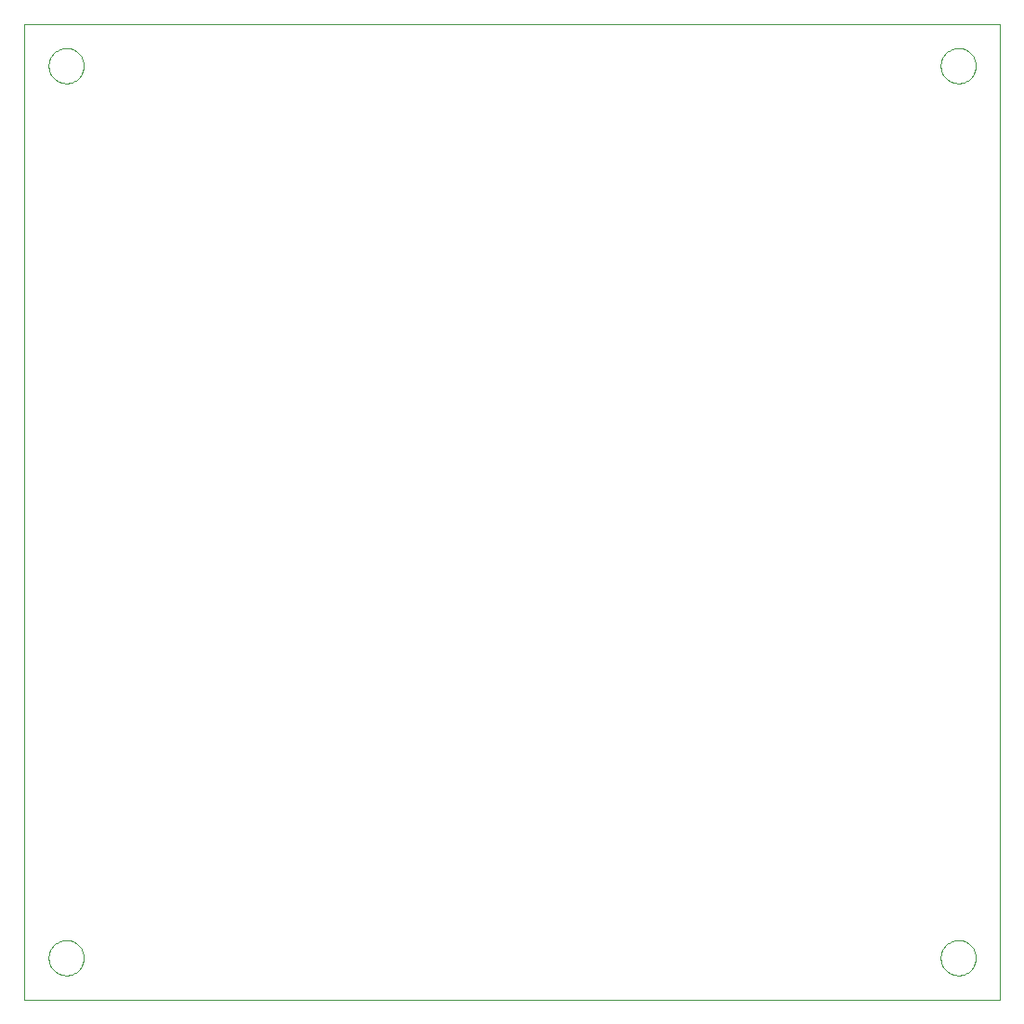
<source format=gbr>
G75*
G70*
%OFA0B0*%
%FSLAX24Y24*%
%IPPOS*%
%LPD*%
%AMOC8*
5,1,8,0,0,1.08239X$1,22.5*
%
%ADD10C,0.0000*%
D10*
X000101Y000101D02*
X035101Y000101D01*
X035101Y035101D01*
X000101Y035101D01*
X000101Y000101D01*
X000971Y001601D02*
X000973Y001651D01*
X000979Y001701D01*
X000989Y001750D01*
X001003Y001798D01*
X001020Y001845D01*
X001041Y001890D01*
X001066Y001934D01*
X001094Y001975D01*
X001126Y002014D01*
X001160Y002051D01*
X001197Y002085D01*
X001237Y002115D01*
X001279Y002142D01*
X001323Y002166D01*
X001369Y002187D01*
X001416Y002203D01*
X001464Y002216D01*
X001514Y002225D01*
X001563Y002230D01*
X001614Y002231D01*
X001664Y002228D01*
X001713Y002221D01*
X001762Y002210D01*
X001810Y002195D01*
X001856Y002177D01*
X001901Y002155D01*
X001944Y002129D01*
X001985Y002100D01*
X002024Y002068D01*
X002060Y002033D01*
X002092Y001995D01*
X002122Y001955D01*
X002149Y001912D01*
X002172Y001868D01*
X002191Y001822D01*
X002207Y001774D01*
X002219Y001725D01*
X002227Y001676D01*
X002231Y001626D01*
X002231Y001576D01*
X002227Y001526D01*
X002219Y001477D01*
X002207Y001428D01*
X002191Y001380D01*
X002172Y001334D01*
X002149Y001290D01*
X002122Y001247D01*
X002092Y001207D01*
X002060Y001169D01*
X002024Y001134D01*
X001985Y001102D01*
X001944Y001073D01*
X001901Y001047D01*
X001856Y001025D01*
X001810Y001007D01*
X001762Y000992D01*
X001713Y000981D01*
X001664Y000974D01*
X001614Y000971D01*
X001563Y000972D01*
X001514Y000977D01*
X001464Y000986D01*
X001416Y000999D01*
X001369Y001015D01*
X001323Y001036D01*
X001279Y001060D01*
X001237Y001087D01*
X001197Y001117D01*
X001160Y001151D01*
X001126Y001188D01*
X001094Y001227D01*
X001066Y001268D01*
X001041Y001312D01*
X001020Y001357D01*
X001003Y001404D01*
X000989Y001452D01*
X000979Y001501D01*
X000973Y001551D01*
X000971Y001601D01*
X032971Y001601D02*
X032973Y001651D01*
X032979Y001701D01*
X032989Y001750D01*
X033003Y001798D01*
X033020Y001845D01*
X033041Y001890D01*
X033066Y001934D01*
X033094Y001975D01*
X033126Y002014D01*
X033160Y002051D01*
X033197Y002085D01*
X033237Y002115D01*
X033279Y002142D01*
X033323Y002166D01*
X033369Y002187D01*
X033416Y002203D01*
X033464Y002216D01*
X033514Y002225D01*
X033563Y002230D01*
X033614Y002231D01*
X033664Y002228D01*
X033713Y002221D01*
X033762Y002210D01*
X033810Y002195D01*
X033856Y002177D01*
X033901Y002155D01*
X033944Y002129D01*
X033985Y002100D01*
X034024Y002068D01*
X034060Y002033D01*
X034092Y001995D01*
X034122Y001955D01*
X034149Y001912D01*
X034172Y001868D01*
X034191Y001822D01*
X034207Y001774D01*
X034219Y001725D01*
X034227Y001676D01*
X034231Y001626D01*
X034231Y001576D01*
X034227Y001526D01*
X034219Y001477D01*
X034207Y001428D01*
X034191Y001380D01*
X034172Y001334D01*
X034149Y001290D01*
X034122Y001247D01*
X034092Y001207D01*
X034060Y001169D01*
X034024Y001134D01*
X033985Y001102D01*
X033944Y001073D01*
X033901Y001047D01*
X033856Y001025D01*
X033810Y001007D01*
X033762Y000992D01*
X033713Y000981D01*
X033664Y000974D01*
X033614Y000971D01*
X033563Y000972D01*
X033514Y000977D01*
X033464Y000986D01*
X033416Y000999D01*
X033369Y001015D01*
X033323Y001036D01*
X033279Y001060D01*
X033237Y001087D01*
X033197Y001117D01*
X033160Y001151D01*
X033126Y001188D01*
X033094Y001227D01*
X033066Y001268D01*
X033041Y001312D01*
X033020Y001357D01*
X033003Y001404D01*
X032989Y001452D01*
X032979Y001501D01*
X032973Y001551D01*
X032971Y001601D01*
X032971Y033601D02*
X032973Y033651D01*
X032979Y033701D01*
X032989Y033750D01*
X033003Y033798D01*
X033020Y033845D01*
X033041Y033890D01*
X033066Y033934D01*
X033094Y033975D01*
X033126Y034014D01*
X033160Y034051D01*
X033197Y034085D01*
X033237Y034115D01*
X033279Y034142D01*
X033323Y034166D01*
X033369Y034187D01*
X033416Y034203D01*
X033464Y034216D01*
X033514Y034225D01*
X033563Y034230D01*
X033614Y034231D01*
X033664Y034228D01*
X033713Y034221D01*
X033762Y034210D01*
X033810Y034195D01*
X033856Y034177D01*
X033901Y034155D01*
X033944Y034129D01*
X033985Y034100D01*
X034024Y034068D01*
X034060Y034033D01*
X034092Y033995D01*
X034122Y033955D01*
X034149Y033912D01*
X034172Y033868D01*
X034191Y033822D01*
X034207Y033774D01*
X034219Y033725D01*
X034227Y033676D01*
X034231Y033626D01*
X034231Y033576D01*
X034227Y033526D01*
X034219Y033477D01*
X034207Y033428D01*
X034191Y033380D01*
X034172Y033334D01*
X034149Y033290D01*
X034122Y033247D01*
X034092Y033207D01*
X034060Y033169D01*
X034024Y033134D01*
X033985Y033102D01*
X033944Y033073D01*
X033901Y033047D01*
X033856Y033025D01*
X033810Y033007D01*
X033762Y032992D01*
X033713Y032981D01*
X033664Y032974D01*
X033614Y032971D01*
X033563Y032972D01*
X033514Y032977D01*
X033464Y032986D01*
X033416Y032999D01*
X033369Y033015D01*
X033323Y033036D01*
X033279Y033060D01*
X033237Y033087D01*
X033197Y033117D01*
X033160Y033151D01*
X033126Y033188D01*
X033094Y033227D01*
X033066Y033268D01*
X033041Y033312D01*
X033020Y033357D01*
X033003Y033404D01*
X032989Y033452D01*
X032979Y033501D01*
X032973Y033551D01*
X032971Y033601D01*
X000971Y033601D02*
X000973Y033651D01*
X000979Y033701D01*
X000989Y033750D01*
X001003Y033798D01*
X001020Y033845D01*
X001041Y033890D01*
X001066Y033934D01*
X001094Y033975D01*
X001126Y034014D01*
X001160Y034051D01*
X001197Y034085D01*
X001237Y034115D01*
X001279Y034142D01*
X001323Y034166D01*
X001369Y034187D01*
X001416Y034203D01*
X001464Y034216D01*
X001514Y034225D01*
X001563Y034230D01*
X001614Y034231D01*
X001664Y034228D01*
X001713Y034221D01*
X001762Y034210D01*
X001810Y034195D01*
X001856Y034177D01*
X001901Y034155D01*
X001944Y034129D01*
X001985Y034100D01*
X002024Y034068D01*
X002060Y034033D01*
X002092Y033995D01*
X002122Y033955D01*
X002149Y033912D01*
X002172Y033868D01*
X002191Y033822D01*
X002207Y033774D01*
X002219Y033725D01*
X002227Y033676D01*
X002231Y033626D01*
X002231Y033576D01*
X002227Y033526D01*
X002219Y033477D01*
X002207Y033428D01*
X002191Y033380D01*
X002172Y033334D01*
X002149Y033290D01*
X002122Y033247D01*
X002092Y033207D01*
X002060Y033169D01*
X002024Y033134D01*
X001985Y033102D01*
X001944Y033073D01*
X001901Y033047D01*
X001856Y033025D01*
X001810Y033007D01*
X001762Y032992D01*
X001713Y032981D01*
X001664Y032974D01*
X001614Y032971D01*
X001563Y032972D01*
X001514Y032977D01*
X001464Y032986D01*
X001416Y032999D01*
X001369Y033015D01*
X001323Y033036D01*
X001279Y033060D01*
X001237Y033087D01*
X001197Y033117D01*
X001160Y033151D01*
X001126Y033188D01*
X001094Y033227D01*
X001066Y033268D01*
X001041Y033312D01*
X001020Y033357D01*
X001003Y033404D01*
X000989Y033452D01*
X000979Y033501D01*
X000973Y033551D01*
X000971Y033601D01*
M02*

</source>
